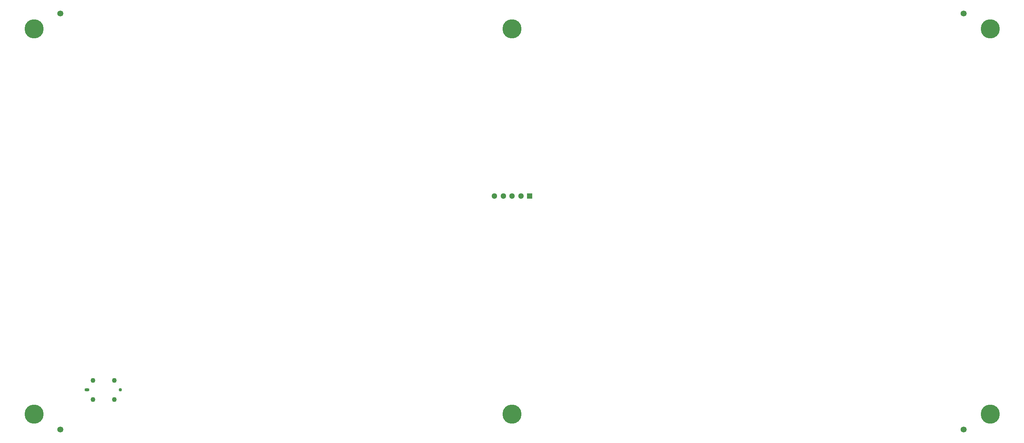
<source format=gbs>
G04*
G04 #@! TF.GenerationSoftware,Altium Limited,Altium Designer,24.5.1 (21)*
G04*
G04 Layer_Color=16711935*
%FSLAX25Y25*%
%MOIN*%
G70*
G04*
G04 #@! TF.SameCoordinates,89CE71C2-79D1-448F-8852-A8AA6FA4BD66*
G04*
G04*
G04 #@! TF.FilePolarity,Negative*
G04*
G01*
G75*
%ADD80C,0.05118*%
%ADD81R,0.05118X0.05118*%
%ADD82O,0.04331X0.02953*%
%ADD83C,0.04331*%
%ADD84C,0.02953*%
%ADD85C,0.05323*%
%ADD86C,0.17008*%
D80*
X450787Y219291D02*
D03*
X435039D02*
D03*
X442913D02*
D03*
X458661D02*
D03*
D81*
X466535D02*
D03*
D82*
X72835Y47047D02*
D03*
D83*
X97047Y38583D02*
D03*
X78150D02*
D03*
X97047Y55512D02*
D03*
X78150D02*
D03*
D84*
X102362Y47244D02*
D03*
D85*
X852362Y381890D02*
D03*
Y11811D02*
D03*
X49213D02*
D03*
Y381890D02*
D03*
D86*
X25591Y368110D02*
D03*
X450787D02*
D03*
X875984Y25591D02*
D03*
Y368110D02*
D03*
X25591Y25591D02*
D03*
X450787D02*
D03*
M02*

</source>
